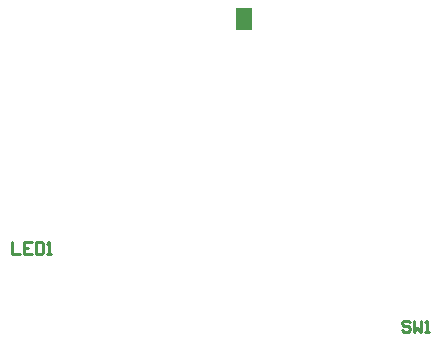
<source format=gto>
G04*
G04 #@! TF.GenerationSoftware,Altium Limited,Altium Designer,22.9.1 (49)*
G04*
G04 Layer_Color=65535*
%FSLAX44Y44*%
%MOMM*%
G71*
G04*
G04 #@! TF.SameCoordinates,EB67C6D0-91D5-4CF3-8B5F-14A5E2A69FE3*
G04*
G04*
G04 #@! TF.FilePolarity,Positive*
G04*
G01*
G75*
%ADD10C,0.2540*%
G36*
X483000Y607000D02*
Y588000D01*
X497000D01*
Y607000D01*
X483000D01*
D02*
G37*
D10*
X630234Y340309D02*
X628568Y341975D01*
X625236D01*
X623570Y340309D01*
Y338643D01*
X625236Y336976D01*
X628568D01*
X630234Y335310D01*
Y333644D01*
X628568Y331978D01*
X625236D01*
X623570Y333644D01*
X633567Y341975D02*
Y331978D01*
X636899Y335310D01*
X640231Y331978D01*
Y341975D01*
X643564Y331978D02*
X646896D01*
X645230D01*
Y341975D01*
X643564Y340309D01*
X293624Y408523D02*
Y398526D01*
X300289D01*
X310285Y408523D02*
X303621D01*
Y398526D01*
X310285D01*
X303621Y403524D02*
X306953D01*
X313618Y408523D02*
Y398526D01*
X318616D01*
X320282Y400192D01*
Y406857D01*
X318616Y408523D01*
X313618D01*
X323614Y398526D02*
X326947D01*
X325280D01*
Y408523D01*
X323614Y406857D01*
M02*

</source>
